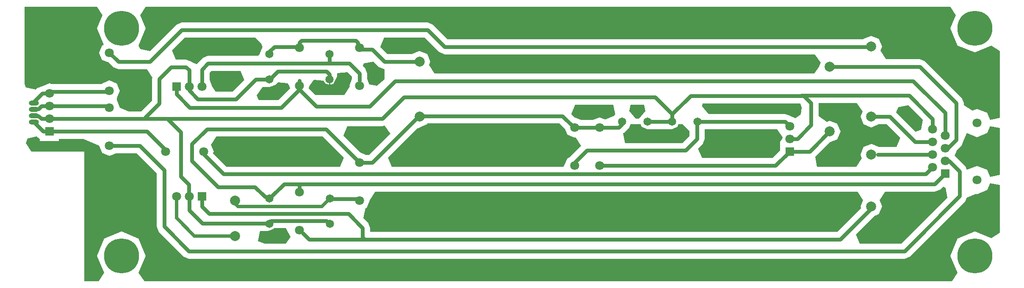
<source format=gbl>
%FSLAX24Y24*%
%MOIN*%
G70*
G01*
G75*
G04 Layer_Physical_Order=2*
G04 Layer_Color=16711680*
%ADD10C,0.0315*%
%ADD11C,0.0276*%
%ADD12O,0.0787X0.0394*%
%ADD13C,0.0650*%
%ADD14C,0.0709*%
%ADD15R,0.0709X0.0709*%
%ADD16R,0.0709X0.0709*%
%ADD17C,0.2756*%
%ADD18C,0.0787*%
G36*
X72047Y12083D02*
Y8390D01*
X71275Y8236D01*
X71051Y8777D01*
X70260Y9105D01*
X69469Y8777D01*
Y8777D01*
D01*
D01*
X69320Y9083D01*
X69320D01*
X69320Y9083D01*
X69320Y9083D01*
X69320D01*
X68495Y9908D01*
X68680Y10356D01*
X69054Y10730D01*
X69054Y10730D01*
X69228Y11152D01*
X69228D01*
X69228Y11152D01*
X69469Y11695D01*
D01*
D01*
X69469D01*
D01*
X70260Y11368D01*
X71051Y11695D01*
X71275Y12236D01*
X72047Y12083D01*
D02*
G37*
G36*
X54961Y11347D02*
X54915Y11236D01*
X54922Y11221D01*
X54764Y10984D01*
X54764D01*
Y10332D01*
X54158Y9727D01*
X48607D01*
X48306Y10454D01*
X48306D01*
X48650Y10799D01*
X48650D01*
X48825Y11220D01*
X48825Y11220D01*
X48825Y11220D01*
X48825Y11220D01*
Y11220D01*
Y12002D01*
X54524D01*
X54961Y11347D01*
D02*
G37*
G36*
X37821Y12015D02*
X38010Y11557D01*
X38010D01*
Y11557D01*
X38583Y11320D01*
X38647Y11347D01*
X39085Y10692D01*
X38161Y9768D01*
X38159Y9764D01*
X38010Y9702D01*
X37773Y9130D01*
X37773Y9130D01*
X37773Y9130D01*
X37714Y9041D01*
X24192D01*
X23890Y9769D01*
X26144Y12022D01*
X26378Y12140D01*
D01*
X26606Y12234D01*
X26981Y12389D01*
X27004Y12445D01*
X37391D01*
X37821Y12015D01*
D02*
G37*
G36*
X47632Y11827D02*
Y11468D01*
X47072Y10908D01*
X42559D01*
X42405Y11680D01*
X42473Y11708D01*
X42745Y11980D01*
X42745D01*
X42761Y12009D01*
X42857Y12049D01*
X42996Y12384D01*
X43783D01*
X43869Y12177D01*
X44291Y12002D01*
X46260D01*
X46682Y12177D01*
X46682Y12177D01*
X46682Y12177D01*
X46768Y12384D01*
X47075D01*
X47632Y11827D01*
D02*
G37*
G36*
X65996Y12727D02*
X65843Y11954D01*
X65436Y11786D01*
X63900Y13322D01*
X64069Y13729D01*
X64841Y13882D01*
X65996Y12727D01*
D02*
G37*
G36*
X24075Y11641D02*
X22404Y9971D01*
X22168D01*
X21712Y10160D01*
X20384Y11487D01*
X20686Y12214D01*
X23441D01*
X23638Y12296D01*
X24075Y11641D01*
D02*
G37*
G36*
X-3504Y11224D02*
Y11063D01*
X-2008D01*
Y11214D01*
X-72D01*
X1159Y10705D01*
X1384Y10161D01*
X1396Y10132D01*
D01*
Y10132D01*
D01*
X1969Y9895D01*
X2078Y9940D01*
D01*
X2483Y10108D01*
X4097D01*
X5693Y8513D01*
Y4311D01*
X5868Y3889D01*
X7816Y1940D01*
X8238Y1766D01*
X8238Y1766D01*
X64547D01*
X64969Y1940D01*
X69320Y6291D01*
X69320Y6291D01*
X69448Y6601D01*
X70176Y6903D01*
X70260Y6868D01*
X71051Y7195D01*
X71275Y7736D01*
X72047Y7583D01*
Y3819D01*
X71393Y3381D01*
X70079Y3926D01*
X68723Y3364D01*
X68161Y2008D01*
X68722Y655D01*
X68284Y0D01*
X4708D01*
X4270Y655D01*
X4831Y2008D01*
X4269Y3364D01*
X2913Y3926D01*
X1557Y3364D01*
X996Y2008D01*
X1556Y655D01*
X1119Y0D01*
X0D01*
Y10236D01*
X-4188D01*
X-4625Y10891D01*
X-4467Y11273D01*
X-3781Y11409D01*
X-3504Y11224D01*
D02*
G37*
G36*
X16211Y3483D02*
X15861Y2959D01*
X14175D01*
X13655Y3174D01*
X13808Y3947D01*
X14455D01*
X14877Y4121D01*
X14932Y4177D01*
X15840D01*
X16211Y3483D01*
D02*
G37*
G36*
X67784Y7369D02*
X67938Y6597D01*
X64300Y2959D01*
X61032D01*
X60731Y3686D01*
X62217Y5172D01*
X62444Y5266D01*
D01*
D01*
D01*
X62444Y5266D01*
Y5266D01*
D01*
D01*
X62532Y5303D01*
D01*
D01*
D01*
X62781Y5906D01*
D01*
D01*
D01*
X62745Y5994D01*
Y5994D01*
D01*
D01*
Y5994D01*
D01*
D01*
D01*
D01*
X62745D01*
D01*
D01*
X62578Y6396D01*
X63016Y7051D01*
X66921D01*
X67343Y7226D01*
X67574Y7456D01*
X67784Y7369D01*
D02*
G37*
G36*
X20415Y9769D02*
X20114Y9041D01*
X11192D01*
X10129Y10104D01*
X10138Y10127D01*
X10138Y10127D01*
X10138Y10127D01*
X10184Y10236D01*
X9968Y10757D01*
X10406Y11411D01*
X18773D01*
X20415Y9769D01*
D02*
G37*
G36*
X61280Y6396D02*
X61077Y5906D01*
X61113Y5817D01*
Y5817D01*
X61113D01*
X61131Y5774D01*
X59241Y3884D01*
X22486D01*
Y4203D01*
X22312Y4625D01*
X22312Y4625D01*
X21955Y4981D01*
X22109Y5753D01*
X22226Y5802D01*
Y5802D01*
X22463Y6374D01*
X22454Y6396D01*
X22891Y7051D01*
X60843D01*
X61280Y6396D01*
D02*
G37*
G36*
X61243Y13394D02*
X61077Y12992D01*
X61326Y12389D01*
X61929Y12140D01*
Y12140D01*
X61929D01*
D01*
X62152Y12232D01*
X62532Y12389D01*
X62534Y12396D01*
X63139D01*
X64224Y11310D01*
X63923Y10583D01*
X62534D01*
X62532Y10589D01*
X61994Y10812D01*
X61929Y10838D01*
X61929Y10838D01*
X61929Y10838D01*
X61326Y10589D01*
X61077Y9986D01*
X61197Y9696D01*
X60760Y9041D01*
X57661D01*
X57507Y9814D01*
X57508Y9814D01*
X58655Y10961D01*
X58661Y10959D01*
X59264Y11208D01*
X59514Y11811D01*
X59301Y12325D01*
X59301D01*
X59264Y12414D01*
X58661Y12663D01*
X58573Y12627D01*
Y12627D01*
X58446Y12574D01*
X57791Y13012D01*
Y14049D01*
X60806D01*
X61243Y13394D01*
D02*
G37*
G36*
X23200Y16901D02*
X23200Y16901D01*
X23619Y16727D01*
X23622Y16713D01*
X23622Y15912D01*
X23013Y15412D01*
X22422Y15530D01*
X22250Y15944D01*
Y16398D01*
X22250Y16398D01*
X22075Y16819D01*
X21917Y16978D01*
X21999Y17176D01*
X22771Y17330D01*
X23200Y16901D01*
D02*
G37*
G36*
X12596Y15871D02*
X11672Y14947D01*
X10333D01*
X10054Y15364D01*
X10054Y15364D01*
X10054D01*
X9841Y15879D01*
Y16458D01*
X9981Y16598D01*
X12295D01*
X12596Y15871D01*
D02*
G37*
G36*
X21057Y16151D02*
Y15944D01*
X20844Y15429D01*
X20878Y15346D01*
X20441Y14691D01*
X18200D01*
X17658Y15233D01*
X17739Y15429D01*
X17739Y15429D01*
X17739Y15429D01*
X18049Y15893D01*
X18832Y15816D01*
X18860Y15749D01*
X18923Y15708D01*
X18941Y15664D01*
X18950Y15643D01*
D01*
D01*
D01*
D01*
X18961Y15617D01*
X18966Y15604D01*
D01*
D01*
D01*
D01*
Y15604D01*
D01*
D01*
D01*
D01*
D01*
D01*
D01*
D01*
D01*
D01*
D01*
X19111Y15544D01*
X19241Y15490D01*
Y15929D01*
X19341D01*
Y15490D01*
X19616Y15604D01*
D01*
D01*
D01*
D01*
D01*
D01*
Y15604D01*
D01*
D01*
D01*
D01*
X19666Y15724D01*
X19703Y15749D01*
X19757Y15879D01*
D01*
D01*
Y15879D01*
X19757D01*
X19757D01*
Y15879D01*
D01*
D01*
X19878Y16171D01*
Y16333D01*
D01*
X19878Y16333D01*
X19878Y16333D01*
X19933Y16414D01*
X20716Y16491D01*
X21057Y16151D01*
D02*
G37*
G36*
X13889Y18788D02*
X14017Y18479D01*
X13789Y17929D01*
X13789Y17929D01*
X13789Y17929D01*
X13697Y17791D01*
X9734D01*
X9312Y17617D01*
X9312Y17617D01*
X8822Y17127D01*
X8458Y17277D01*
X8424Y17312D01*
X8002Y17486D01*
X7194D01*
X6892Y18214D01*
X7895Y19216D01*
X13461D01*
X13889Y18788D01*
D02*
G37*
G36*
X27925Y18082D02*
X27925Y18082D01*
X28346Y17907D01*
X57506D01*
X57943Y17253D01*
X57809Y16929D01*
X57809Y16929D01*
X57809Y16929D01*
X57458Y16404D01*
X27558D01*
X27121Y17058D01*
X27230Y17323D01*
X26981Y17925D01*
X26378Y18175D01*
X26378Y18175D01*
X26378Y18175D01*
X26313Y18148D01*
X25775Y17925D01*
X25773Y17919D01*
X23869D01*
X23300Y18489D01*
X23601Y19216D01*
X26790D01*
X27925Y18082D01*
D02*
G37*
G36*
X15993Y15618D02*
X16119Y15429D01*
X16119Y15429D01*
X16119D01*
X16201Y15233D01*
X15255Y14288D01*
X13729D01*
X13573Y14664D01*
X14010Y15319D01*
X14587D01*
X15008Y15494D01*
X15210Y15695D01*
X15993Y15618D01*
D02*
G37*
G36*
X41782Y13159D02*
X41757Y13148D01*
X41720Y13058D01*
X40992Y12757D01*
X40551Y12940D01*
X40037Y12727D01*
X39097D01*
X38584Y12939D01*
X38319Y13204D01*
X38621Y13931D01*
X41629D01*
X41782Y13159D01*
D02*
G37*
G36*
X68591Y20999D02*
X68161Y19961D01*
X68723Y18605D01*
X70079Y18043D01*
X71393Y18587D01*
X72047Y18150D01*
Y12890D01*
X71275Y12736D01*
X71051Y13277D01*
X70260Y13605D01*
X69883Y13449D01*
X69228Y13886D01*
Y14045D01*
X69054Y14467D01*
X66170Y17351D01*
X65748Y17526D01*
X63081D01*
X62643Y18180D01*
X62781Y18514D01*
X62532Y19116D01*
X61929Y19366D01*
X61326Y19116D01*
X61320Y19101D01*
X28594D01*
X27459Y20235D01*
X27037Y20410D01*
X7648D01*
X7648Y20410D01*
X7226Y20235D01*
X5159Y18168D01*
X4387Y18322D01*
X4269Y18605D01*
X4831Y19961D01*
X4401Y20999D01*
X4838Y21654D01*
X68154D01*
X68591Y20999D01*
D02*
G37*
G36*
X44151Y13421D02*
X43652Y12813D01*
X43384D01*
X42884Y13421D01*
X42986Y13931D01*
X44050D01*
X44151Y13421D01*
D02*
G37*
G36*
X1426Y20999D02*
X996Y19961D01*
X1533Y18665D01*
X1506Y18653D01*
X1462Y18635D01*
X1396Y18608D01*
D01*
D01*
X1396D01*
X1159Y18035D01*
D01*
D01*
D01*
X1204Y17926D01*
D01*
X1204D01*
X1204Y17926D01*
X1204D01*
D01*
D01*
D01*
D01*
D01*
X1204D01*
X1396Y17463D01*
X1910Y17250D01*
X2259Y16901D01*
X2681Y16726D01*
X4912D01*
X5349Y16072D01*
X5309Y15974D01*
Y14273D01*
X4444Y13408D01*
X3495D01*
X2778Y13705D01*
X2541Y14277D01*
D01*
Y14463D01*
X2541D01*
X2778Y15035D01*
X2778Y15035D01*
Y15035D01*
X2733Y15145D01*
X2733Y15145D01*
X2733D01*
X2541Y15608D01*
X1969Y15845D01*
X1969Y15845D01*
X1969Y15845D01*
X1905Y15819D01*
X1396Y15608D01*
X1375Y15557D01*
X-2603D01*
X-2756Y15621D01*
X-3270Y15408D01*
X-3319D01*
X-3741Y15233D01*
X-3741Y15233D01*
X-3836Y15137D01*
X-4608Y15291D01*
X-4724Y15571D01*
Y21654D01*
X988D01*
X1426Y20999D01*
D02*
G37*
G36*
X56443Y13705D02*
X56390Y13165D01*
X55944Y12867D01*
X55512Y13046D01*
X55511Y13045D01*
X55510Y13046D01*
X55150Y13195D01*
X49114D01*
X48614Y13804D01*
X48661Y14039D01*
X56342D01*
X56443Y13705D01*
D02*
G37*
D10*
X22451Y13789D02*
X24469Y15807D01*
X18258Y13789D02*
X22451D01*
X16929Y15118D02*
X18258Y13789D01*
X5157Y17323D02*
X7648Y19813D01*
X2681Y17323D02*
X5157D01*
X1969Y18035D02*
X2681Y17323D01*
X-3986Y14144D02*
X-3319Y14811D01*
X-3986Y12561D02*
X-3236Y11811D01*
X-2756D01*
X-3986Y13061D02*
X-3959Y13033D01*
X-3594D01*
X-3371Y12811D01*
X-2756D01*
X-3959Y13589D02*
X-3594D01*
X-3371Y13811D01*
X-2756D01*
Y14961D02*
X1894D01*
X-3319Y14811D02*
X-2756D01*
X7648Y19813D02*
X27037D01*
X68898Y6713D02*
Y8661D01*
X64547Y2362D02*
X68898Y6713D01*
X59488Y3287D02*
X61811Y5610D01*
Y5906D01*
X37638Y13041D02*
X38549Y12130D01*
X40551D01*
X38583Y9130D02*
Y9346D01*
X39547Y10311D01*
X27037Y19813D02*
X28346Y18504D01*
X23622Y17323D02*
X26378D01*
X64921Y14646D02*
X66760Y12807D01*
X56437Y14646D02*
X64921D01*
X56624Y14636D02*
X57195Y14065D01*
X47707Y14636D02*
X56624D01*
X46260Y13189D02*
X47707Y14636D01*
X44921Y14528D02*
X46260Y13189D01*
X25157Y14528D02*
X44921D01*
X57195Y12313D02*
Y14065D01*
X56118Y11236D02*
X57195Y12313D01*
X65229Y15807D02*
X67760Y13276D01*
X24469Y15807D02*
X65229D01*
X65748Y16929D02*
X68632Y14045D01*
Y11152D02*
Y14045D01*
X67967Y10486D02*
X68632Y11152D01*
X66760Y11986D02*
Y12807D01*
X4344Y10705D02*
X6289Y8760D01*
X1969Y10705D02*
X4344D01*
X6374Y10236D02*
Y10348D01*
X4911Y11811D02*
X6374Y10348D01*
X-2756Y11811D02*
X4911D01*
X1862Y13811D02*
X1969Y13705D01*
X-2756Y13811D02*
X1862D01*
X68073Y9486D02*
X68898Y8661D01*
X67760Y9486D02*
X68073D01*
X1894Y14961D02*
X1969Y15035D01*
X42323Y12402D02*
Y12598D01*
X42051Y12130D02*
X42323Y12402D01*
X40551Y12130D02*
X42051D01*
X19291Y6496D02*
X21654D01*
X67760Y11486D02*
Y13276D01*
X66616Y9843D02*
X66760Y9986D01*
X62455D02*
X66760D01*
X58661Y16929D02*
X65748D01*
X46260Y12598D02*
Y13189D01*
X44291Y12598D02*
X46260D01*
X48228Y12598D02*
X55150D01*
X55512Y12236D01*
X39547Y10311D02*
X47319D01*
X48228Y11220D01*
Y12598D01*
X40551Y9130D02*
X54406D01*
X55512Y10236D01*
X46260Y13189D02*
Y13189D01*
X67760Y10486D02*
X67967D01*
X61929Y12992D02*
X63386D01*
X65392Y10986D01*
X66760D01*
X55512Y10236D02*
X57087D01*
X58661Y11811D01*
X55512Y11236D02*
X56118D01*
X28346Y18504D02*
X61929D01*
X16929Y15118D02*
Y15823D01*
X7244Y14744D02*
Y15364D01*
X5906Y14026D02*
Y15974D01*
X21654Y15823D02*
Y16398D01*
X8244Y15043D02*
Y15364D01*
Y16648D01*
X5906Y15974D02*
X6821Y16890D01*
X8002D01*
X8244Y16648D01*
X7244Y14744D02*
X8297Y13691D01*
X15502D01*
X16870Y15059D01*
X9244Y15364D02*
Y16705D01*
X6289Y4311D02*
Y8760D01*
Y4311D02*
X8238Y2362D01*
X64547D01*
X16837Y4022D02*
X16939D01*
X17200Y3784D02*
X17697Y3287D01*
X4803Y12923D02*
X5906Y14026D01*
X14685Y4774D02*
X19045D01*
X19291Y4528D01*
X14455Y4543D02*
X14685Y4774D01*
X9244Y5904D02*
X9833Y5315D01*
X9244Y5904D02*
Y6683D01*
X21890Y3465D02*
X22028Y3327D01*
X17697Y3287D02*
X59488D01*
X9833Y5315D02*
X20778D01*
X21890Y4203D01*
Y3465D02*
Y4203D01*
X66219Y8445D02*
X66760Y8986D01*
X66921Y7648D02*
X67760Y8486D01*
X16939Y7022D02*
Y7618D01*
X16969Y7648D01*
X15709D02*
X16969D01*
X66921D01*
X14705Y6644D02*
X15709Y7648D01*
X14222Y6644D02*
X14705D01*
X8455Y9488D02*
Y10817D01*
Y9488D02*
X10512Y7431D01*
X13435D01*
X14222Y6644D01*
X9374Y10016D02*
Y10236D01*
Y10016D02*
X10945Y8445D01*
X66219D01*
X8244Y5594D02*
Y6683D01*
Y5594D02*
X9295Y4543D01*
X14455D01*
X-2756Y12811D02*
X6526D01*
X23441D02*
X25157Y14528D01*
X6526Y12811D02*
X23441D01*
X8455Y10817D02*
X9646Y12008D01*
X19020D01*
X21654Y9374D01*
X8219Y6594D02*
Y7628D01*
X7579Y8268D02*
X8219Y7628D01*
X7579Y8268D02*
Y11758D01*
X6526Y12811D02*
X7579Y11758D01*
X21654Y9374D02*
X22652D01*
X26319Y13041D01*
X37638D01*
X14567Y18110D02*
X14961Y18504D01*
X16683D01*
X16939Y18553D02*
Y18833D01*
X17102Y18996D01*
X21358D01*
X21532Y18823D01*
X22643Y18302D02*
X23622Y17323D01*
X21532Y18508D02*
Y18823D01*
Y18508D02*
X21737Y18302D01*
X22643D01*
X8244Y15043D02*
X8937Y14350D01*
X14587Y15915D02*
X15236Y16565D01*
X19049D01*
X19282Y16333D01*
X8937Y14350D02*
X11919D01*
X13484Y15915D01*
X14587D01*
X19282Y16171D02*
Y16333D01*
X9244Y16705D02*
X9734Y17195D01*
X19222D01*
X19291D02*
Y17929D01*
Y17195D02*
X20856D01*
X21654Y16398D01*
D11*
X12077Y5906D02*
X18701D01*
X19291Y6496D01*
X11841Y6142D02*
X12077Y5906D01*
X11841Y6142D02*
Y6348D01*
X7244Y5000D02*
Y6683D01*
Y5000D02*
X8671Y3573D01*
X11860D01*
D12*
X-3986Y12561D02*
D03*
Y13061D02*
D03*
Y13561D02*
D03*
Y14061D02*
D03*
D13*
X19311Y4522D02*
D03*
Y6522D02*
D03*
X46244Y12598D02*
D03*
X48244D02*
D03*
X42307D02*
D03*
X44307D02*
D03*
X19291Y15929D02*
D03*
Y17929D02*
D03*
X14567D02*
D03*
Y15929D02*
D03*
Y6522D02*
D03*
Y4522D02*
D03*
D14*
X16939Y4022D02*
D03*
Y7022D02*
D03*
X6374Y10236D02*
D03*
X9374D02*
D03*
X7244Y6683D02*
D03*
X8244D02*
D03*
X9244Y15364D02*
D03*
X8244D02*
D03*
X55512Y12236D02*
D03*
Y11236D02*
D03*
X1969Y15035D02*
D03*
Y18035D02*
D03*
Y13705D02*
D03*
Y10705D02*
D03*
X70260Y12486D02*
D03*
Y7986D02*
D03*
X67760Y9486D02*
D03*
Y10486D02*
D03*
X66760Y9986D02*
D03*
Y10986D02*
D03*
X67760Y11486D02*
D03*
X66760Y8986D02*
D03*
Y11986D02*
D03*
X21654Y18429D02*
D03*
Y15429D02*
D03*
X16929D02*
D03*
Y18429D02*
D03*
X21654Y9374D02*
D03*
Y6374D02*
D03*
X38583Y12130D02*
D03*
Y9130D02*
D03*
X40551D02*
D03*
Y12130D02*
D03*
X-2756Y12811D02*
D03*
Y13811D02*
D03*
Y14811D02*
D03*
D15*
X9244Y6683D02*
D03*
X7244Y15364D02*
D03*
D16*
X55512Y10236D02*
D03*
X67760Y8486D02*
D03*
X-2756Y11811D02*
D03*
D17*
X2913Y2008D02*
D03*
Y19961D02*
D03*
X70079D02*
D03*
Y2008D02*
D03*
D18*
X61929Y12992D02*
D03*
Y18514D02*
D03*
Y9986D02*
D03*
Y5906D02*
D03*
X58661Y16929D02*
D03*
X26378Y17323D02*
D03*
Y12992D02*
D03*
X58661Y11811D02*
D03*
X11841Y6348D02*
D03*
Y3573D02*
D03*
M02*

</source>
